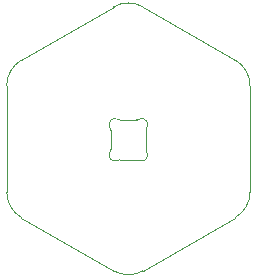
<source format=gbr>
%TF.GenerationSoftware,KiCad,Pcbnew,(6.0.6)*%
%TF.CreationDate,2022-07-10T21:38:46+02:00*%
%TF.ProjectId,GCode_Buttons_B3K-T13L,47436f64-655f-4427-9574-746f6e735f42,rev?*%
%TF.SameCoordinates,Original*%
%TF.FileFunction,Profile,NP*%
%FSLAX46Y46*%
G04 Gerber Fmt 4.6, Leading zero omitted, Abs format (unit mm)*
G04 Created by KiCad (PCBNEW (6.0.6)) date 2022-07-10 21:38:46*
%MOMM*%
%LPD*%
G01*
G04 APERTURE LIST*
%TA.AperFunction,Profile*%
%ADD10C,0.100000*%
%TD*%
G04 APERTURE END LIST*
D10*
X90950001Y-93251829D02*
X98750000Y-88748496D01*
X89700023Y-104423558D02*
G75*
G03*
X90949999Y-106588621I2499777J-142D01*
G01*
X109050025Y-106588666D02*
G75*
G03*
X110300001Y-104423557I-1250225J2165166D01*
G01*
X110299999Y-95416892D02*
X110300001Y-104423557D01*
X98750000Y-111091953D02*
X90949999Y-106588621D01*
X110300006Y-95416892D02*
G75*
G03*
X109049999Y-93251829I-2500006J-8D01*
G01*
X101249999Y-88748496D02*
X109049999Y-93251829D01*
X90950003Y-93251833D02*
G75*
G03*
X89699999Y-95416895I1249997J-2165067D01*
G01*
X101249999Y-88748496D02*
G75*
G03*
X98750000Y-88748496I-1249999J-2165058D01*
G01*
X98750001Y-111091952D02*
G75*
G03*
X101250000Y-111091952I1249999J2164952D01*
G01*
X109050000Y-106588622D02*
X101250000Y-111091952D01*
X89699999Y-104423558D02*
X89699999Y-95416895D01*
%TO.C,D1*%
X98500001Y-100794452D02*
X98500001Y-99205547D01*
X101500000Y-99205548D02*
X101500000Y-100794452D01*
X100702842Y-101699999D02*
X99297158Y-101699999D01*
X99297158Y-98300001D02*
X100702842Y-98300001D01*
X99080279Y-98250518D02*
G75*
G03*
X98431702Y-98953289I-216879J-450512D01*
G01*
X98500001Y-99205547D02*
G75*
G03*
X98431702Y-98953289I-500011J-3D01*
G01*
X98431701Y-101046711D02*
G75*
G03*
X99080280Y-101749484I431701J-252258D01*
G01*
X100919720Y-101749484D02*
G75*
G03*
X100702843Y-101699999I-216876J-450505D01*
G01*
X100702842Y-98300015D02*
G75*
G03*
X100919720Y-98250516I58J499615D01*
G01*
X100919720Y-101749484D02*
G75*
G03*
X101568297Y-101046711I216877J450515D01*
G01*
X101500000Y-100794452D02*
G75*
G03*
X101568299Y-101046710I500009J3D01*
G01*
X99080279Y-98250518D02*
G75*
G03*
X99297157Y-98300001I216871J450498D01*
G01*
X101568299Y-98953289D02*
G75*
G03*
X101500000Y-99205548I431711J-252261D01*
G01*
X99297158Y-101699999D02*
G75*
G03*
X99080280Y-101749484I-2J-499990D01*
G01*
X98431701Y-101046711D02*
G75*
G03*
X98500000Y-100794453I-431710J252261D01*
G01*
X101568300Y-98953290D02*
G75*
G03*
X100919719Y-98250516I-431700J252260D01*
G01*
%TD*%
M02*

</source>
